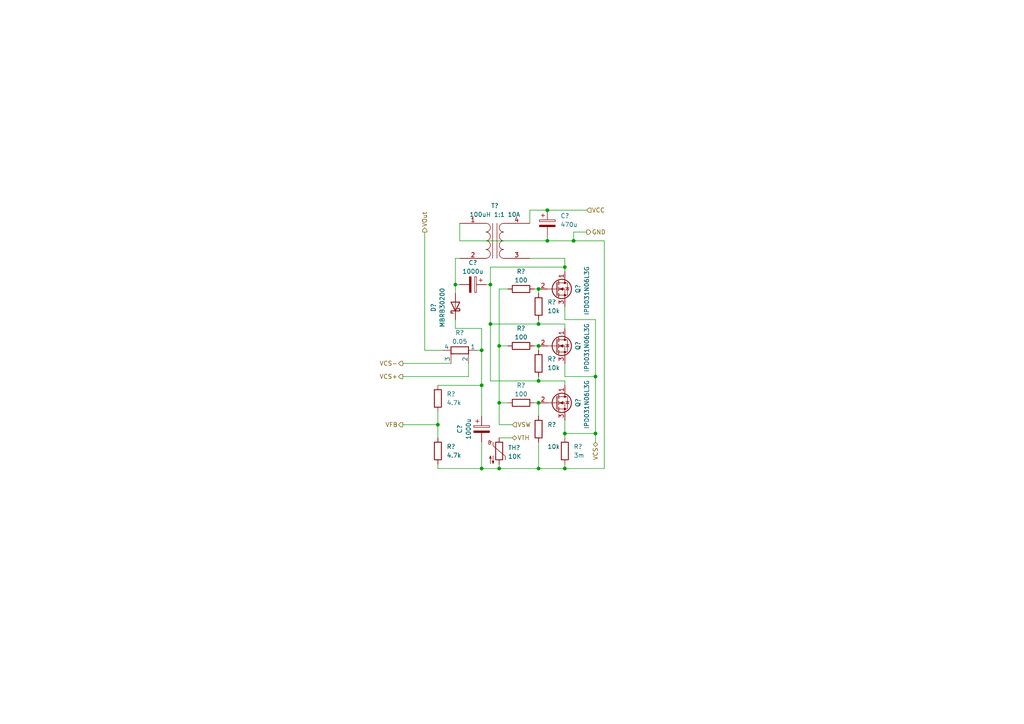
<source format=kicad_sch>
(kicad_sch (version 20211123) (generator eeschema)
  (paper "A4")
  (lib_symbols
    (symbol "Device:C_Polarized" (pin_numbers hide) (pin_names (offset 0.254))
      (property "Reference" "C" (at 0.635 2.54 0))
      (property "Value" "C_Polarized" (at 0.635 -2.54 0))
      (symbol "C_Polarized_0_1"
        (rectangle (start -2.286 0.508) (end 2.286 1.016))
        (polyline (pts (xy -1.778 2.286) (xy -0.762 2.286)))
        (polyline (pts (xy -1.27 2.794) (xy -1.27 1.778)))
        (rectangle (start 2.286 -0.508) (end -2.286 -1.016) (fill (type outline)))
      )
      (symbol "C_Polarized_1_1"
        (pin passive line (at 0 3.81 270) (length 2.794) (name "~") (number "1"))
        (pin passive line (at 0 -3.81 90) (length 2.794) (name "~") (number "2"))
      )
    )
    (symbol "Device:D_Schottky" (pin_numbers hide) (pin_names (offset 1.016) hide)
      (property "Reference" "D" (at 0 2.54 0))
      (property "Value" "D_Schottky" (at 0 -2.54 0))
      (symbol "D_Schottky_0_1"
        (polyline (pts (xy 1.27 0) (xy -1.27 0)))
        (polyline (pts (xy 1.27 1.27) (xy 1.27 -1.27) (xy -1.27 0) (xy 1.27 1.27)) (stroke (width 0.254)))
        (polyline (pts (xy -1.905 0.635) (xy -1.905 1.27) (xy -1.27 1.27) (xy -1.27 -1.27) (xy -0.635 -1.27) (xy -0.635 -0.635)) (stroke (width 0.254)))
      )
      (symbol "D_Schottky_1_1"
        (pin passive line (at -3.81 0 0) (length 2.54) (name "K") (number "1"))
        (pin passive line (at 3.81 0 180) (length 2.54) (name "A") (number "2"))
      )
    )
    (symbol "Device:Q_NMOS_DGS" (pin_names (offset 0) hide)
      (property "Reference" "Q" (at 5.08 1.27 0))
      (property "Value" "Q_NMOS_DGS" (at 5.08 -1.27 0))
      (symbol "Q_NMOS_DGS_0_1"
        (polyline (pts (xy 0.254 0) (xy -2.54 0)))
        (polyline (pts (xy 0.254 1.905) (xy 0.254 -1.905)) (stroke (width 0.254)))
        (polyline (pts (xy 0.762 -1.27) (xy 0.762 -2.286)) (stroke (width 0.254)))
        (polyline (pts (xy 0.762 0.508) (xy 0.762 -0.508)) (stroke (width 0.254)))
        (polyline (pts (xy 0.762 2.286) (xy 0.762 1.27)) (stroke (width 0.254)))
        (polyline (pts (xy 2.54 2.54) (xy 2.54 1.778)))
        (polyline (pts (xy 2.54 -2.54) (xy 2.54 0) (xy 0.762 0)))
        (polyline (pts (xy 0.762 -1.778) (xy 3.302 -1.778) (xy 3.302 1.778) (xy 0.762 1.778)))
        (polyline (pts (xy 1.016 0) (xy 2.032 0.381) (xy 2.032 -0.381) (xy 1.016 0)) (fill (type outline)))
        (polyline (pts (xy 2.794 0.508) (xy 2.921 0.381) (xy 3.683 0.381) (xy 3.81 0.254)))
        (polyline (pts (xy 3.302 0.381) (xy 2.921 -0.254) (xy 3.683 -0.254) (xy 3.302 0.381)))
        (circle (center 1.651 0) (radius 2.794) (stroke (width 0.254)))
        (circle (center 2.54 -1.778) (radius 0.254) (fill (type outline)))
        (circle (center 2.54 1.778) (radius 0.254) (fill (type outline)))
      )
      (symbol "Q_NMOS_DGS_1_1"
        (pin passive line (at 2.54 5.08 270) (length 2.54) (name "D") (number "1"))
        (pin input line (at -5.08 0 0) (length 2.54) (name "G") (number "2"))
        (pin passive line (at 2.54 -5.08 90) (length 2.54) (name "S") (number "3"))
      )
    )
    (symbol "Device:R" (pin_numbers hide) (pin_names (offset 0))
      (property "Reference" "R" (at 2.032 0 90))
      (property "Value" "R" (at 0 0 90))
      (symbol "R_0_1"
        (rectangle (start -1.016 -2.54) (end 1.016 2.54) (stroke (width 0.254)))
      )
      (symbol "R_1_1"
        (pin passive line (at 0 3.81 270) (length 1.27) (name "~") (number "1"))
        (pin passive line (at 0 -3.81 90) (length 1.27) (name "~") (number "2"))
      )
    )
    (symbol "Device:R_Shunt" (pin_numbers hide) (pin_names (offset 0))
      (property "Reference" "R" (at -4.445 0 90))
      (property "Value" "R_Shunt" (at -2.54 0 90))
      (symbol "R_Shunt_0_1"
        (rectangle (start -1.016 -2.54) (end 1.016 2.54) (stroke (width 0.254)))
        (polyline (pts (xy 0 -2.54) (xy 1.27 -2.54)))
        (polyline (pts (xy 1.27 2.54) (xy 0 2.54)))
      )
      (symbol "R_Shunt_1_1"
        (pin passive line (at 0 5.08 270) (length 2.54) (name "1") (number "1"))
        (pin passive line (at 3.81 2.54 180) (length 2.54) (name "2") (number "2"))
        (pin passive line (at 3.81 -2.54 180) (length 2.54) (name "3") (number "3"))
        (pin passive line (at 0 -5.08 90) (length 2.54) (name "4") (number "4"))
      )
    )
    (symbol "Device:Thermistor_NTC" (pin_numbers hide) (pin_names (offset 0))
      (property "Reference" "TH" (at -4.445 0 90))
      (property "Value" "Thermistor_NTC" (at 3.175 0 90))
      (symbol "Thermistor_NTC_0_1"
        (arc (start -3.048 2.159) (mid -3.0495 2.3143) (end -3.175 2.413))
        (arc (start -3.048 2.159) (mid -2.9736 1.9794) (end -2.794 1.905))
        (arc (start -3.048 2.794) (mid -2.9736 2.6144) (end -2.794 2.54))
        (arc (start -2.794 1.905) (mid -2.6144 1.9794) (end -2.54 2.159))
        (arc (start -2.794 2.54) (mid -2.4393 2.5587) (end -2.159 2.794))
        (arc (start -2.794 3.048) (mid -2.9736 2.9736) (end -3.048 2.794))
        (arc (start -2.54 2.794) (mid -2.6144 2.9736) (end -2.794 3.048))
        (rectangle (start -1.016 2.54) (end 1.016 -2.54) (stroke (width 0.254)))
        (polyline (pts (xy -2.54 2.159) (xy -2.54 2.794)))
        (polyline (pts (xy -1.778 2.54) (xy -1.778 1.524) (xy 1.778 -1.524) (xy 1.778 -2.54)))
        (polyline (pts (xy -2.54 -3.683) (xy -2.54 -1.397) (xy -2.794 -2.159) (xy -2.286 -2.159) (xy -2.54 -1.397) (xy -2.54 -1.651)) (fill (type outline)))
        (polyline (pts (xy -1.778 -1.397) (xy -1.778 -3.683) (xy -2.032 -2.921) (xy -1.524 -2.921) (xy -1.778 -3.683) (xy -1.778 -3.429)) (fill (type outline)))
      )
      (symbol "Thermistor_NTC_1_1"
        (pin passive line (at 0 3.81 270) (length 1.27) (name "~") (number "1"))
        (pin passive line (at 0 -3.81 90) (length 1.27) (name "~") (number "2"))
      )
    )
    (symbol "Device:Transformer_1P_1S" (pin_names (offset 1.016) hide)
      (property "Reference" "T" (at 0 6.35 0))
      (property "Value" "Transformer_1P_1S" (at 0 -7.62 0))
      (symbol "Transformer_1P_1S_0_1"
        (arc (start -2.54 -5.0546) (mid -1.6599 -4.6901) (end -1.27 -3.81))
        (arc (start -2.54 -2.5146) (mid -1.6599 -2.1501) (end -1.27 -1.27))
        (arc (start -2.54 0.0254) (mid -1.6599 0.3899) (end -1.27 1.27))
        (arc (start -2.54 2.5654) (mid -1.6599 2.9299) (end -1.27 3.81))
        (arc (start -1.27 -3.81) (mid -1.642 -2.912) (end -2.54 -2.54))
        (arc (start -1.27 -1.27) (mid -1.642 -0.372) (end -2.54 0))
        (arc (start -1.27 1.27) (mid -1.642 2.168) (end -2.54 2.54))
        (arc (start -1.27 3.81) (mid -1.642 4.708) (end -2.54 5.08))
        (polyline (pts (xy -0.635 5.08) (xy -0.635 -5.08)))
        (polyline (pts (xy 0.635 -5.08) (xy 0.635 5.08)))
        (arc (start 1.2954 -1.27) (mid 1.6599 -2.1501) (end 2.54 -2.5146))
        (arc (start 1.2954 1.27) (mid 1.6599 0.3899) (end 2.54 0.0254))
        (arc (start 1.2954 3.81) (mid 1.6599 2.9299) (end 2.54 2.5654))
        (arc (start 1.3208 -3.81) (mid 1.6853 -4.6901) (end 2.5654 -5.0546))
        (arc (start 2.54 0) (mid 1.642 -0.372) (end 1.2954 -1.27))
        (arc (start 2.54 2.54) (mid 1.642 2.168) (end 1.2954 1.27))
        (arc (start 2.54 5.08) (mid 1.642 4.708) (end 1.2954 3.81))
        (arc (start 2.5654 -2.54) (mid 1.6674 -2.912) (end 1.3208 -3.81))
      )
      (symbol "Transformer_1P_1S_1_1"
        (pin passive line (at -10.16 5.08 0) (length 7.62) (name "AA") (number "1"))
        (pin passive line (at -10.16 -5.08 0) (length 7.62) (name "AB") (number "2"))
        (pin passive line (at 10.16 -5.08 180) (length 7.62) (name "SA") (number "3"))
        (pin passive line (at 10.16 5.08 180) (length 7.62) (name "SB") (number "4"))
      )
    )
  )
  (junction (at 163.83 77.47))
  (junction (at 172.72 109.22))
  (junction (at 142.24 82.55))
  (junction (at 142.24 93.98))
  (junction (at 156.21 135.89))
  (junction (at 166.37 69.85))
  (junction (at 156.21 110.49))
  (junction (at 139.7 101.6))
  (junction (at 144.78 135.89))
  (junction (at 163.83 125.73))
  (junction (at 132.08 82.55))
  (junction (at 144.78 116.84))
  (junction (at 156.21 93.98))
  (junction (at 158.75 69.85))
  (junction (at 158.75 60.96))
  (junction (at 144.78 100.33))
  (junction (at 172.72 125.73))
  (junction (at 156.21 83.82))
  (junction (at 127 123.19))
  (junction (at 156.21 100.33))
  (junction (at 139.7 135.89))
  (junction (at 139.7 111.76))
  (junction (at 163.83 135.89))
  (junction (at 156.21 116.84))
  (wire (pts (xy 127 123.19) (xy 127 127)))
  (wire (pts (xy 127 119.38) (xy 127 123.19)))
  (wire (pts (xy 163.83 125.73) (xy 163.83 127)))
  (wire (pts (xy 163.83 77.47) (xy 163.83 78.74)))
  (wire (pts (xy 156.21 92.71) (xy 156.21 93.98)))
  (wire (pts (xy 156.21 110.49) (xy 142.24 110.49)))
  (wire (pts (xy 138.43 101.6) (xy 139.7 101.6)))
  (wire (pts (xy 154.94 100.33) (xy 156.21 100.33)))
  (wire (pts (xy 144.78 135.89) (xy 156.21 135.89)))
  (wire (pts (xy 156.21 135.89) (xy 163.83 135.89)))
  (wire (pts (xy 166.37 69.85) (xy 175.26 69.85)))
  (wire (pts (xy 163.83 74.93) (xy 163.83 77.47)))
  (wire (pts (xy 132.08 95.25) (xy 139.7 95.25)))
  (wire (pts (xy 158.75 60.96) (xy 170.18 60.96)))
  (wire (pts (xy 163.83 92.71) (xy 163.83 88.9)))
  (wire (pts (xy 172.72 125.73) (xy 172.72 128.27)))
  (wire (pts (xy 144.78 127) (xy 148.59 127)))
  (wire (pts (xy 172.72 92.71) (xy 172.72 109.22)))
  (wire (pts (xy 156.21 83.82) (xy 156.21 85.09)))
  (wire (pts (xy 163.83 110.49) (xy 163.83 111.76)))
  (wire (pts (xy 156.21 93.98) (xy 163.83 93.98)))
  (wire (pts (xy 139.7 101.6) (xy 139.7 111.76)))
  (wire (pts (xy 144.78 100.33) (xy 144.78 116.84)))
  (wire (pts (xy 163.83 110.49) (xy 156.21 110.49)))
  (wire (pts (xy 133.35 64.77) (xy 133.35 69.85)))
  (wire (pts (xy 116.84 109.22) (xy 135.89 109.22)))
  (wire (pts (xy 175.26 69.85) (xy 175.26 135.89)))
  (wire (pts (xy 140.97 82.55) (xy 142.24 82.55)))
  (wire (pts (xy 144.78 83.82) (xy 144.78 100.33)))
  (wire (pts (xy 163.83 109.22) (xy 163.83 105.41)))
  (wire (pts (xy 132.08 74.93) (xy 133.35 74.93)))
  (wire (pts (xy 163.83 92.71) (xy 172.72 92.71)))
  (wire (pts (xy 133.35 69.85) (xy 158.75 69.85)))
  (wire (pts (xy 123.19 101.6) (xy 128.27 101.6)))
  (wire (pts (xy 163.83 125.73) (xy 172.72 125.73)))
  (wire (pts (xy 142.24 93.98) (xy 142.24 82.55)))
  (wire (pts (xy 158.75 69.85) (xy 166.37 69.85)))
  (wire (pts (xy 139.7 111.76) (xy 139.7 120.65)))
  (wire (pts (xy 142.24 93.98) (xy 156.21 93.98)))
  (wire (pts (xy 144.78 100.33) (xy 147.32 100.33)))
  (wire (pts (xy 154.94 116.84) (xy 156.21 116.84)))
  (wire (pts (xy 127 134.62) (xy 127 135.89)))
  (wire (pts (xy 172.72 109.22) (xy 172.72 125.73)))
  (wire (pts (xy 166.37 67.31) (xy 166.37 69.85)))
  (wire (pts (xy 144.78 134.62) (xy 144.78 135.89)))
  (wire (pts (xy 147.32 83.82) (xy 144.78 83.82)))
  (wire (pts (xy 154.94 83.82) (xy 156.21 83.82)))
  (wire (pts (xy 142.24 93.98) (xy 142.24 110.49)))
  (wire (pts (xy 153.67 60.96) (xy 158.75 60.96)))
  (wire (pts (xy 139.7 128.27) (xy 139.7 135.89)))
  (wire (pts (xy 135.89 109.22) (xy 135.89 105.41)))
  (wire (pts (xy 148.59 123.19) (xy 144.78 123.19)))
  (wire (pts (xy 144.78 123.19) (xy 144.78 116.84)))
  (wire (pts (xy 132.08 82.55) (xy 132.08 85.09)))
  (wire (pts (xy 156.21 116.84) (xy 156.21 120.65)))
  (wire (pts (xy 127 111.76) (xy 139.7 111.76)))
  (wire (pts (xy 153.67 60.96) (xy 153.67 64.77)))
  (wire (pts (xy 163.83 93.98) (xy 163.83 95.25)))
  (wire (pts (xy 156.21 100.33) (xy 156.21 101.6)))
  (wire (pts (xy 142.24 77.47) (xy 163.83 77.47)))
  (wire (pts (xy 132.08 82.55) (xy 132.08 74.93)))
  (wire (pts (xy 144.78 116.84) (xy 147.32 116.84)))
  (wire (pts (xy 156.21 109.22) (xy 156.21 110.49)))
  (wire (pts (xy 142.24 77.47) (xy 142.24 82.55)))
  (wire (pts (xy 163.83 125.73) (xy 163.83 121.92)))
  (wire (pts (xy 163.83 134.62) (xy 163.83 135.89)))
  (wire (pts (xy 163.83 109.22) (xy 172.72 109.22)))
  (wire (pts (xy 116.84 123.19) (xy 127 123.19)))
  (wire (pts (xy 130.81 105.41) (xy 116.84 105.41)))
  (wire (pts (xy 133.35 82.55) (xy 132.08 82.55)))
  (wire (pts (xy 139.7 95.25) (xy 139.7 101.6)))
  (wire (pts (xy 127 135.89) (xy 139.7 135.89)))
  (wire (pts (xy 132.08 95.25) (xy 132.08 92.71)))
  (wire (pts (xy 170.18 67.31) (xy 166.37 67.31)))
  (wire (pts (xy 123.19 67.31) (xy 123.19 101.6)))
  (wire (pts (xy 163.83 74.93) (xy 153.67 74.93)))
  (wire (pts (xy 139.7 135.89) (xy 144.78 135.89)))
  (wire (pts (xy 158.75 69.85) (xy 158.75 68.58)))
  (wire (pts (xy 156.21 128.27) (xy 156.21 135.89)))
  (wire (pts (xy 175.26 135.89) (xy 163.83 135.89)))
  (hierarchical_label "GND" (shape output) (at 170.18 67.31 0))
  (hierarchical_label "VCS+" (shape output) (at 116.84 109.22 180))
  (hierarchical_label "VCS" (shape bidirectional) (at 172.72 128.27 270))
  (hierarchical_label "VSW" (shape input) (at 148.59 123.19 0))
  (hierarchical_label "VOut" (shape output) (at 123.19 67.31 90))
  (hierarchical_label "VFB" (shape output) (at 116.84 123.19 180))
  (hierarchical_label "VCS-" (shape output) (at 116.84 105.41 180))
  (hierarchical_label "VTH" (shape bidirectional) (at 148.59 127 0))
  (hierarchical_label "VCC" (shape input) (at 170.18 60.96 0))
  (symbol (lib_id "Device:Thermistor_NTC") (at 144.78 130.81 0) (unit 1)
    (property "Reference" "TH?" (at 147.32 129.8574 0) (effects (justify left)))
    (property "Value" "10K" (at 147.32 132.3974 0) (effects (justify left)))
  )
  (symbol (lib_id "Device:C_Polarized") (at 137.16 82.55 270) (unit 1)
    (property "Reference" "C?" (at 137.16 76.2 90))
    (property "Value" "1000u" (at 137.16 78.74 90))
  )
  (symbol (lib_id "Device:D_Schottky") (at 132.08 88.9 90) (unit 1)
    (property "Reference" "D?" (at 125.73 89.2175 0))
    (property "Value" "MBRB30200" (at 128.27 89.2175 0))
  )
  (symbol (lib_id "Device:R") (at 151.13 116.84 90) (unit 1)
    (property "Reference" "R?" (at 151.13 111.76 90))
    (property "Value" "100" (at 151.13 114.3 90))
  )
  (symbol (lib_id "Device:R") (at 156.21 105.41 0) (unit 1)
    (property "Reference" "R?" (at 158.75 104.1399 0) (effects (justify left)))
    (property "Value" "10k" (at 158.75 106.6799 0) (effects (justify left)))
  )
  (symbol (lib_id "Device:R") (at 156.21 124.46 0) (unit 1)
    (property "Reference" "R?" (at 158.75 123.1899 0) (effects (justify left)))
    (property "Value" "10k" (at 158.75 129.5399 0) (effects (justify left)))
  )
  (symbol (lib_id "Device:Q_NMOS_DGS") (at 161.29 83.82 0) (unit 1)
    (property "Reference" "Q?" (at 167.64 85.09 90) (effects (justify left)))
    (property "Value" "IPD031N06L3G" (at 170.18 91.44 90) (effects (justify left)))
  )
  (symbol (lib_id "Device:R") (at 127 115.57 0) (unit 1)
    (property "Reference" "R?" (at 129.54 114.2999 0) (effects (justify left)))
    (property "Value" "4.7k" (at 129.54 116.8399 0) (effects (justify left)))
  )
  (symbol (lib_id "Device:R") (at 163.83 130.81 0) (unit 1)
    (property "Reference" "R?" (at 166.37 129.5399 0) (effects (justify left)))
    (property "Value" "3m" (at 166.37 132.0799 0) (effects (justify left)))
  )
  (symbol (lib_id "Device:R") (at 156.21 88.9 0) (unit 1)
    (property "Reference" "R?" (at 158.75 87.6299 0) (effects (justify left)))
    (property "Value" "10k" (at 158.75 90.1699 0) (effects (justify left)))
  )
  (symbol (lib_id "Device:R") (at 127 130.81 0) (unit 1)
    (property "Reference" "R?" (at 129.54 129.5399 0) (effects (justify left)))
    (property "Value" "4.7k" (at 129.54 132.0799 0) (effects (justify left)))
  )
  (symbol (lib_id "Device:C_Polarized") (at 139.7 124.46 0) (unit 1)
    (property "Reference" "C?" (at 133.35 124.46 90))
    (property "Value" "1000u" (at 135.89 124.46 90))
  )
  (symbol (lib_id "Device:Q_NMOS_DGS") (at 161.29 100.33 0) (unit 1)
    (property "Reference" "Q?" (at 167.64 101.6 90) (effects (justify left)))
    (property "Value" "IPD031N06L3G" (at 170.18 107.95 90) (effects (justify left)))
  )
  (symbol (lib_id "Device:Q_NMOS_DGS") (at 161.29 116.84 0) (unit 1)
    (property "Reference" "Q?" (at 167.64 118.11 90) (effects (justify left)))
    (property "Value" "IPD031N06L3G" (at 170.18 124.46 90) (effects (justify left)))
  )
  (symbol (lib_id "Device:R") (at 151.13 83.82 90) (unit 1)
    (property "Reference" "R?" (at 151.13 78.74 90))
    (property "Value" "100" (at 151.13 81.28 90))
  )
  (symbol (lib_id "Device:C_Polarized") (at 158.75 64.77 0) (unit 1)
    (property "Reference" "C?" (at 162.56 62.6109 0) (effects (justify left)))
    (property "Value" "470u" (at 162.56 65.1509 0) (effects (justify left)))
  )
  (symbol (lib_id "Device:R_Shunt") (at 133.35 101.6 270) (unit 1)
    (property "Reference" "R?" (at 133.35 96.52 90))
    (property "Value" "0.05" (at 133.35 99.06 90))
  )
  (symbol (lib_id "Device:R") (at 151.13 100.33 90) (unit 1)
    (property "Reference" "R?" (at 151.13 95.25 90))
    (property "Value" "100" (at 151.13 97.79 90))
  )
  (symbol (lib_id "Device:Transformer_1P_1S") (at 143.51 69.85 0) (unit 1)
    (property "Reference" "T?" (at 143.5227 59.69 0))
    (property "Value" "100uH 1:1 10A" (at 143.5227 62.23 0))
  )
)
</source>
